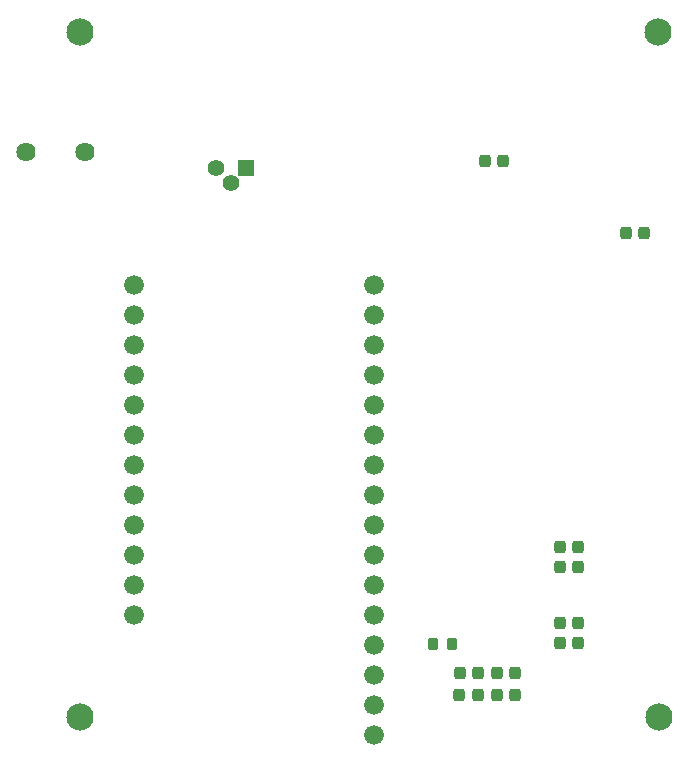
<source format=gbs>
%TF.GenerationSoftware,KiCad,Pcbnew,(6.0.4-0)*%
%TF.CreationDate,2022-04-21T22:45:58-07:00*%
%TF.ProjectId,Labpass RFID Reader,4c616270-6173-4732-9052-464944205265,0.1.0*%
%TF.SameCoordinates,Original*%
%TF.FileFunction,Soldermask,Bot*%
%TF.FilePolarity,Negative*%
%FSLAX46Y46*%
G04 Gerber Fmt 4.6, Leading zero omitted, Abs format (unit mm)*
G04 Created by KiCad (PCBNEW (6.0.4-0)) date 2022-04-21 22:45:58*
%MOMM*%
%LPD*%
G01*
G04 APERTURE LIST*
G04 Aperture macros list*
%AMRoundRect*
0 Rectangle with rounded corners*
0 $1 Rounding radius*
0 $2 $3 $4 $5 $6 $7 $8 $9 X,Y pos of 4 corners*
0 Add a 4 corners polygon primitive as box body*
4,1,4,$2,$3,$4,$5,$6,$7,$8,$9,$2,$3,0*
0 Add four circle primitives for the rounded corners*
1,1,$1+$1,$2,$3*
1,1,$1+$1,$4,$5*
1,1,$1+$1,$6,$7*
1,1,$1+$1,$8,$9*
0 Add four rect primitives between the rounded corners*
20,1,$1+$1,$2,$3,$4,$5,0*
20,1,$1+$1,$4,$5,$6,$7,0*
20,1,$1+$1,$6,$7,$8,$9,0*
20,1,$1+$1,$8,$9,$2,$3,0*%
G04 Aperture macros list end*
%ADD10C,1.625600*%
%ADD11C,2.301600*%
%ADD12RoundRect,0.050800X0.650000X0.650000X-0.650000X0.650000X-0.650000X-0.650000X0.650000X-0.650000X0*%
%ADD13C,1.401600*%
%ADD14C,1.676400*%
%ADD15RoundRect,0.275800X0.225000X0.250000X-0.225000X0.250000X-0.225000X-0.250000X0.225000X-0.250000X0*%
%ADD16RoundRect,0.250800X-0.200000X-0.275000X0.200000X-0.275000X0.200000X0.275000X-0.200000X0.275000X0*%
%ADD17RoundRect,0.275800X-0.225000X-0.250000X0.225000X-0.250000X0.225000X0.250000X-0.225000X0.250000X0*%
G04 APERTURE END LIST*
D10*
%TO.C,BZ1*%
X119250169Y-76456169D03*
X114250169Y-76456169D03*
%TD*%
D11*
%TO.C,REF\u002A\u002A*%
X118779296Y-66252193D03*
%TD*%
%TO.C,REF\u002A\u002A*%
X118819296Y-124232193D03*
%TD*%
%TO.C,REF\u002A\u002A*%
X167829296Y-124222193D03*
%TD*%
D12*
%TO.C,Q1*%
X132866182Y-77760280D03*
D13*
X131596182Y-79030280D03*
X130326182Y-77760280D03*
%TD*%
D14*
%TO.C,U1*%
X143686169Y-123235419D03*
X123366169Y-105455419D03*
X123366169Y-107995419D03*
X123366169Y-92755419D03*
X123366169Y-97835419D03*
X143686169Y-87675419D03*
X123366169Y-102915419D03*
X123366169Y-95295419D03*
X123366169Y-100375419D03*
X143686169Y-115615419D03*
X143686169Y-113075419D03*
X143686169Y-110535419D03*
X143686169Y-107995419D03*
X143686169Y-105455419D03*
X143686169Y-102915419D03*
X123366169Y-115615419D03*
X123366169Y-113075419D03*
X143686169Y-118155419D03*
X143686169Y-95295419D03*
X143686169Y-97835419D03*
X143686169Y-120695419D03*
X143686169Y-125775419D03*
X143686169Y-92755419D03*
X143686169Y-100375419D03*
X123366169Y-90215419D03*
X123366169Y-87675419D03*
X143686169Y-90215419D03*
X123366169Y-110535419D03*
%TD*%
D11*
%TO.C,REF\u002A\u002A*%
X167789296Y-66232193D03*
%TD*%
D15*
%TO.C,C11*%
X160976169Y-111572169D03*
X159426169Y-111572169D03*
%TD*%
D16*
%TO.C,R12*%
X148691169Y-118114169D03*
X150341169Y-118114169D03*
%TD*%
D17*
%TO.C,C12*%
X159426169Y-109872169D03*
X160976169Y-109872169D03*
%TD*%
%TO.C,C10*%
X159426169Y-116272169D03*
X160976169Y-116272169D03*
%TD*%
D15*
%TO.C,C9*%
X160976169Y-118018169D03*
X159426169Y-118018169D03*
%TD*%
D17*
%TO.C,C13*%
X150944169Y-122372169D03*
X152494169Y-122372169D03*
%TD*%
D15*
%TO.C,C14*%
X152526169Y-120572169D03*
X150976169Y-120572169D03*
%TD*%
%TO.C,C2*%
X166576169Y-83314169D03*
X165026169Y-83314169D03*
%TD*%
%TO.C,C15*%
X155676169Y-122372169D03*
X154126169Y-122372169D03*
%TD*%
D17*
%TO.C,C16*%
X154126169Y-120572169D03*
X155676169Y-120572169D03*
%TD*%
D15*
%TO.C,C1*%
X154676169Y-77172169D03*
X153126169Y-77172169D03*
%TD*%
M02*

</source>
